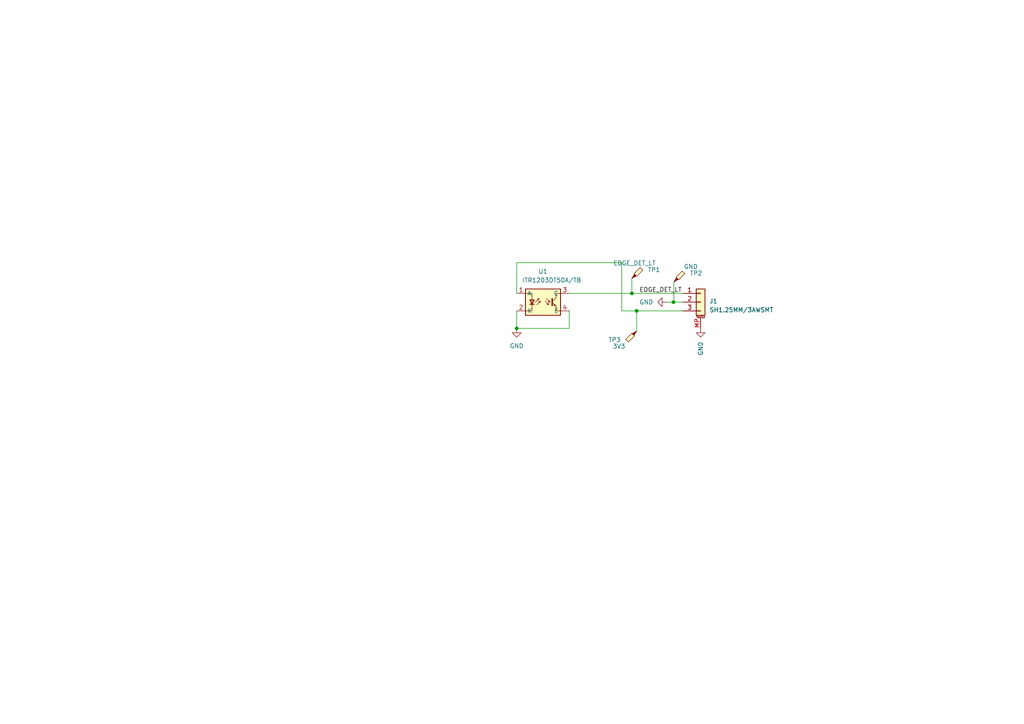
<source format=kicad_sch>
(kicad_sch (version 20230121) (generator eeschema)
  (paper "A4")
  (title_block (title "EHSLS-01-Cliff") (date "2022-05-09") (rev "V0.1") (company "Timye"))
  (lib_symbols
    (symbol "Connector:TestPoint_Probe" (pin_numbers hide) (pin_names (offset 0.762) hide)
      (property "Reference" "TP" (at 1.651 5.842 0))
      (property "Value" "TestPoint_Probe" (at 1.651 4.064 0))
      (symbol "TestPoint_Probe_0_1"
        (polyline (pts (xy 1.27 0.762) (xy 0 0) (xy 0.762 1.27) (xy 1.27 0.762)) (fill (type outline)))
        (polyline (pts (xy 1.397 0.635) (xy 0.635 1.397) (xy 2.413 3.175) (xy 3.175 2.413) (xy 1.397 0.635)) (fill (type background)))
      )
      (symbol "TestPoint_Probe_1_1"
        (pin passive line (at 0 0 90) (length 0) (name "1") (number "1"))
      )
    )
    (symbol "Connector_Generic_MountingPin:Conn_01x03_MountingPin" (pin_names (offset 1.016) hide)
      (property "Reference" "J" (at 0 5.08 0))
      (property "Value" "Conn_01x03_MountingPin" (at 1.27 -5.08 0))
      (symbol "Conn_01x03_MountingPin_1_1"
        (rectangle (start -1.27 -2.413) (end 0 -2.667) (stroke (width 0.1524)))
        (rectangle (start -1.27 0.127) (end 0 -0.127) (stroke (width 0.1524)))
        (rectangle (start -1.27 2.667) (end 0 2.413) (stroke (width 0.1524)))
        (rectangle (start -1.27 3.81) (end 1.27 -3.81) (stroke (width 0.254)) (fill (type background)))
        (polyline (pts (xy -1.016 -4.572) (xy 1.016 -4.572)) (stroke (width 0.1524)))
        (text "Mounting" (at 0 -4.191 0) (effects (font (size 0.381 0.381))))
        (pin passive line (at -5.08 2.54 0) (length 3.81) (name "Pin_1") (number "1"))
        (pin passive line (at -5.08 0 0) (length 3.81) (name "Pin_2") (number "2"))
        (pin passive line (at -5.08 -2.54 0) (length 3.81) (name "Pin_3") (number "3"))
        (pin passive line (at 0 -7.62 90) (length 3.048) (name "MountPin") (number "MP"))
      )
    )
    (symbol "Ovo_Sensor_Proximity:ITR8105"
      (property "Reference" "U" (at 0 6.35 0))
      (property "Value" "ITR8105" (at 0 -6.35 0))
      (symbol "ITR8105_0_1"
        (polyline (pts (xy -3.81 -0.635) (xy -2.54 -0.635)) (stroke (width 0.254)))
        (polyline (pts (xy -1.143 1.016) (xy -1.27 0.508)))
        (polyline (pts (xy -0.762 0.254) (xy -0.889 -0.254)))
        (polyline (pts (xy 1.651 -0.762) (xy 1.143 -0.635)))
        (polyline (pts (xy 2.032 0) (xy 1.524 0.127)))
        (polyline (pts (xy 2.667 -0.127) (xy 3.81 -1.27)))
        (polyline (pts (xy 2.667 0.127) (xy 3.81 1.27)))
        (polyline (pts (xy -2.159 0) (xy -1.143 1.016) (xy -1.651 0.889)))
        (polyline (pts (xy -1.778 -0.762) (xy -0.762 0.254) (xy -1.27 0.127)))
        (polyline (pts (xy 0.635 0.254) (xy 1.651 -0.762) (xy 1.524 -0.254)))
        (polyline (pts (xy 1.016 1.016) (xy 2.032 0) (xy 1.905 0.508)))
        (polyline (pts (xy 2.667 1.016) (xy 2.667 -1.016) (xy 2.667 -1.016)) (stroke (width 0.3556)))
        (polyline (pts (xy 3.81 -1.27) (xy 3.81 -2.54) (xy 5.08 -2.54)))
        (polyline (pts (xy 3.81 1.27) (xy 3.81 2.54) (xy 5.08 2.54)))
        (polyline (pts (xy -5.08 -2.54) (xy -3.175 -2.54) (xy -3.175 2.54) (xy -5.08 2.54)))
        (polyline (pts (xy -3.175 -0.635) (xy -3.81 0.635) (xy -2.54 0.635) (xy -3.175 -0.635)) (stroke (width 0.254)))
        (polyline (pts (xy 3.683 -1.143) (xy 3.429 -0.635) (xy 3.175 -0.889) (xy 3.683 -1.143)))
        (polyline (pts (xy -5.08 -3.81) (xy 5.08 -3.81) (xy 5.08 3.81) (xy -5.08 3.81) (xy -5.08 -3.81)) (stroke (width 0.254)) (fill (type background)))
      )
      (symbol "ITR8105_1_1"
        (pin passive line (at -7.62 2.54 0) (length 2.54) (name "A") (number "1"))
        (pin passive line (at -7.62 -2.54 0) (length 2.54) (name "K") (number "2"))
        (pin open_collector line (at 7.62 2.54 180) (length 2.54) (name "C") (number "3"))
        (pin open_emitter line (at 7.62 -2.54 180) (length 2.54) (name "E") (number "4"))
      )
    )
    (symbol "power:GND" (power) (pin_names (offset 0))
      (property "Value" "GND" (at 0 -3.81 0))
      (symbol "GND_0_1"
        (polyline (pts (xy 0 0) (xy 0 -1.27) (xy 1.27 -1.27) (xy 0 -2.54) (xy -1.27 -1.27) (xy 0 -1.27)))
      )
      (symbol "GND_1_1"
        (pin power_in line (at 0 0 270) (length 0) hide (name "GND") (number "1"))
      )
    )
  )
  (junction (at 195.326 87.63))
  (junction (at 149.86 95.25))
  (junction (at 183.261 85.09))
  (junction (at 184.658 90.17))
  (wire (pts (xy 183.261 80.772) (xy 183.261 85.09)))
  (wire (pts (xy 184.658 90.17) (xy 198.12 90.17)))
  (wire (pts (xy 149.86 95.25) (xy 149.86 90.17)))
  (wire (pts (xy 165.1 85.09) (xy 183.261 85.09)))
  (wire (pts (xy 180.34 90.17) (xy 180.34 76.2)))
  (wire (pts (xy 165.1 90.17) (xy 165.1 95.25)))
  (wire (pts (xy 180.34 76.2) (xy 149.86 76.2)))
  (wire (pts (xy 193.294 87.63) (xy 195.326 87.63)))
  (wire (pts (xy 195.453 87.376) (xy 195.326 87.376)))
  (wire (pts (xy 195.326 87.376) (xy 195.326 87.63)))
  (wire (pts (xy 165.1 95.25) (xy 149.86 95.25)))
  (wire (pts (xy 195.453 81.788) (xy 195.453 87.376)))
  (wire (pts (xy 184.658 96.012) (xy 184.658 90.17)))
  (wire (pts (xy 195.326 87.63) (xy 198.12 87.63)))
  (wire (pts (xy 183.261 85.09) (xy 198.12 85.09)))
  (wire (pts (xy 149.86 76.2) (xy 149.86 85.09)))
  (wire (pts (xy 180.34 90.17) (xy 184.658 90.17)))
  (label "EDGE_DET_LT" (at 185.42 85.09 0))
  (symbol (lib_id "Connector_Generic_MountingPin:Conn_01x03_MountingPin") (at 203.2 87.63 0) (unit 1)
    (property "Reference" "J1" (at 205.74 87.3506 0) (effects (justify left)))
    (property "Value" "SH1.25MM/3AWSMT" (at 205.74 89.8906 0) (effects (justify left)))
    (property "Footprint" "Connector_Molex:Molex_PicoBlade_53261-0371_1x03-1MP_P1.25mm_Horizontal" (effects hide))
  )
  (symbol (lib_id "Connector:TestPoint_Probe") (at 184.658 96.012 180) (unit 1)
    (property "Reference" "TP3" (at 176.403 98.552 0) (effects (justify right)))
    (property "Value" "3V3" (at 177.673 100.457 0) (effects (justify right)))
    (property "Footprint" "TestPoint:TestPoint_Pad_D1.5mm" (effects hide))
  )
  (symbol (lib_id "Connector:TestPoint_Probe") (at 195.453 81.788 0) (unit 1)
    (property "Reference" "TP2" (at 203.708 79.248 0) (effects (justify right)))
    (property "Value" "GND" (at 202.438 77.343 0) (effects (justify right)))
    (property "Footprint" "TestPoint:TestPoint_Pad_D1.5mm" (effects hide))
  )
  (symbol (lib_id "power:GND") (at 203.2 95.25 0) (unit 1)
    (property "Reference" "#PWR01" (effects hide))
    (property "Value" "GND" (at 203.2 99.06 90) (effects (justify right)))
  )
  (symbol (lib_id "Connector:TestPoint_Probe") (at 183.261 80.772 0) (unit 1)
    (property "Reference" "TP1" (at 191.516 78.232 0) (effects (justify right)))
    (property "Value" "EDGE_DET_LT" (at 190.246 76.327 0) (effects (justify right)))
    (property "Footprint" "TestPoint:TestPoint_Pad_D1.5mm" (effects hide))
  )
  (symbol (lib_id "power:GND") (at 149.86 95.25 0) (unit 1)
    (property "Reference" "#PWR0102" (effects hide))
    (property "Value" "GND" (at 149.86 100.33 0))
  )
  (symbol (lib_id "power:GND") (at 193.294 87.63 270) (unit 1)
    (property "Reference" "#PWR0101" (effects hide))
    (property "Value" "GND" (at 189.484 87.63 90) (effects (justify right)))
  )
  (symbol (lib_id "Ovo_Sensor_Proximity:ITR8105") (at 157.48 87.63 0) (unit 1)
    (property "Reference" "U1" (at 157.48 78.74 0))
    (property "Value" "ITR1203DT50A/TB" (at 160.02 81.28 0))
    (property "Footprint" "Ovo_Sensor_Proximity:EverLight_ITR1203_7.5x2.6mm_P2.0mm" (effects hide))
    (property "Datasheet" "https://atta.szlcsc.com/upload/public/pdf/source/20170303/1488533271045.pdf" (effects hide))
  )
)
</source>
